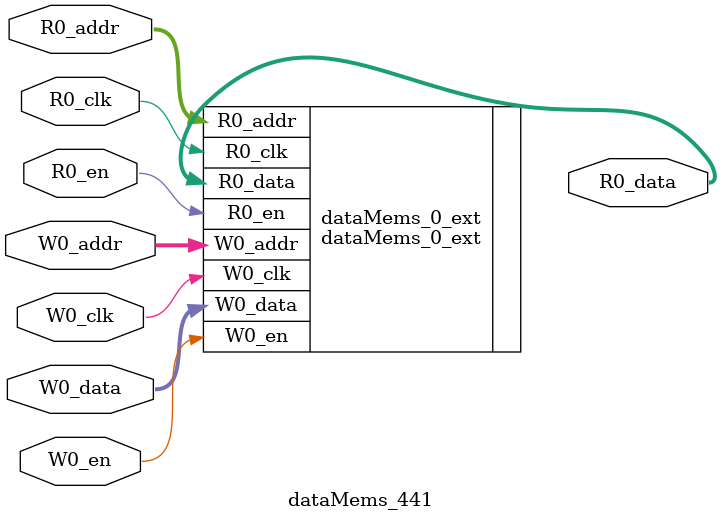
<source format=sv>
`ifndef RANDOMIZE
  `ifdef RANDOMIZE_REG_INIT
    `define RANDOMIZE
  `endif // RANDOMIZE_REG_INIT
`endif // not def RANDOMIZE
`ifndef RANDOMIZE
  `ifdef RANDOMIZE_MEM_INIT
    `define RANDOMIZE
  `endif // RANDOMIZE_MEM_INIT
`endif // not def RANDOMIZE

`ifndef RANDOM
  `define RANDOM $random
`endif // not def RANDOM

// Users can define 'PRINTF_COND' to add an extra gate to prints.
`ifndef PRINTF_COND_
  `ifdef PRINTF_COND
    `define PRINTF_COND_ (`PRINTF_COND)
  `else  // PRINTF_COND
    `define PRINTF_COND_ 1
  `endif // PRINTF_COND
`endif // not def PRINTF_COND_

// Users can define 'ASSERT_VERBOSE_COND' to add an extra gate to assert error printing.
`ifndef ASSERT_VERBOSE_COND_
  `ifdef ASSERT_VERBOSE_COND
    `define ASSERT_VERBOSE_COND_ (`ASSERT_VERBOSE_COND)
  `else  // ASSERT_VERBOSE_COND
    `define ASSERT_VERBOSE_COND_ 1
  `endif // ASSERT_VERBOSE_COND
`endif // not def ASSERT_VERBOSE_COND_

// Users can define 'STOP_COND' to add an extra gate to stop conditions.
`ifndef STOP_COND_
  `ifdef STOP_COND
    `define STOP_COND_ (`STOP_COND)
  `else  // STOP_COND
    `define STOP_COND_ 1
  `endif // STOP_COND
`endif // not def STOP_COND_

// Users can define INIT_RANDOM as general code that gets injected into the
// initializer block for modules with registers.
`ifndef INIT_RANDOM
  `define INIT_RANDOM
`endif // not def INIT_RANDOM

// If using random initialization, you can also define RANDOMIZE_DELAY to
// customize the delay used, otherwise 0.002 is used.
`ifndef RANDOMIZE_DELAY
  `define RANDOMIZE_DELAY 0.002
`endif // not def RANDOMIZE_DELAY

// Define INIT_RANDOM_PROLOG_ for use in our modules below.
`ifndef INIT_RANDOM_PROLOG_
  `ifdef RANDOMIZE
    `ifdef VERILATOR
      `define INIT_RANDOM_PROLOG_ `INIT_RANDOM
    `else  // VERILATOR
      `define INIT_RANDOM_PROLOG_ `INIT_RANDOM #`RANDOMIZE_DELAY begin end
    `endif // VERILATOR
  `else  // RANDOMIZE
    `define INIT_RANDOM_PROLOG_
  `endif // RANDOMIZE
`endif // not def INIT_RANDOM_PROLOG_

// Include register initializers in init blocks unless synthesis is set
`ifndef SYNTHESIS
  `ifndef ENABLE_INITIAL_REG_
    `define ENABLE_INITIAL_REG_
  `endif // not def ENABLE_INITIAL_REG_
`endif // not def SYNTHESIS

// Include rmemory initializers in init blocks unless synthesis is set
`ifndef SYNTHESIS
  `ifndef ENABLE_INITIAL_MEM_
    `define ENABLE_INITIAL_MEM_
  `endif // not def ENABLE_INITIAL_MEM_
`endif // not def SYNTHESIS

module dataMems_441(	// @[generators/ara/src/main/scala/UnsafeAXI4ToTL.scala:365:62]
  input  [4:0]  R0_addr,
  input         R0_en,
  input         R0_clk,
  output [66:0] R0_data,
  input  [4:0]  W0_addr,
  input         W0_en,
  input         W0_clk,
  input  [66:0] W0_data
);

  dataMems_0_ext dataMems_0_ext (	// @[generators/ara/src/main/scala/UnsafeAXI4ToTL.scala:365:62]
    .R0_addr (R0_addr),
    .R0_en   (R0_en),
    .R0_clk  (R0_clk),
    .R0_data (R0_data),
    .W0_addr (W0_addr),
    .W0_en   (W0_en),
    .W0_clk  (W0_clk),
    .W0_data (W0_data)
  );
endmodule


</source>
